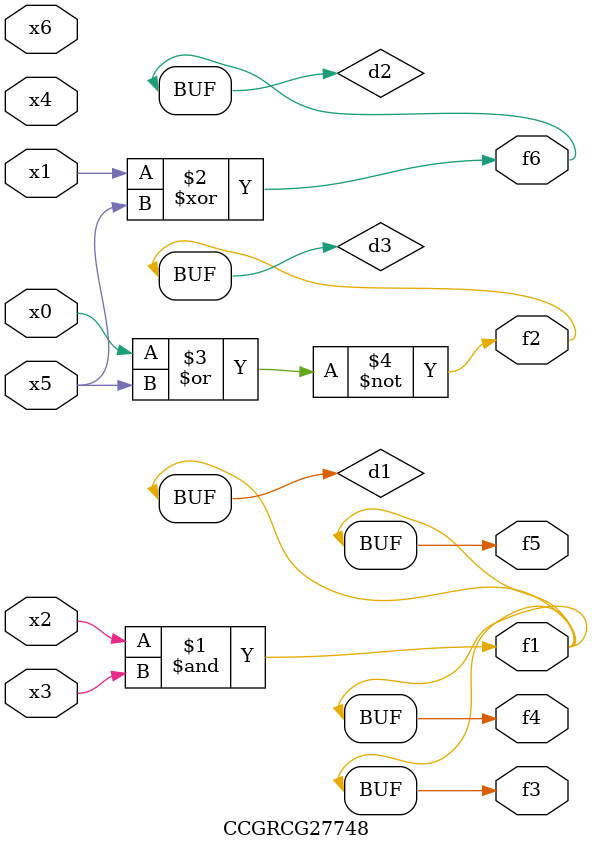
<source format=v>
module CCGRCG27748(
	input x0, x1, x2, x3, x4, x5, x6,
	output f1, f2, f3, f4, f5, f6
);

	wire d1, d2, d3;

	and (d1, x2, x3);
	xor (d2, x1, x5);
	nor (d3, x0, x5);
	assign f1 = d1;
	assign f2 = d3;
	assign f3 = d1;
	assign f4 = d1;
	assign f5 = d1;
	assign f6 = d2;
endmodule

</source>
